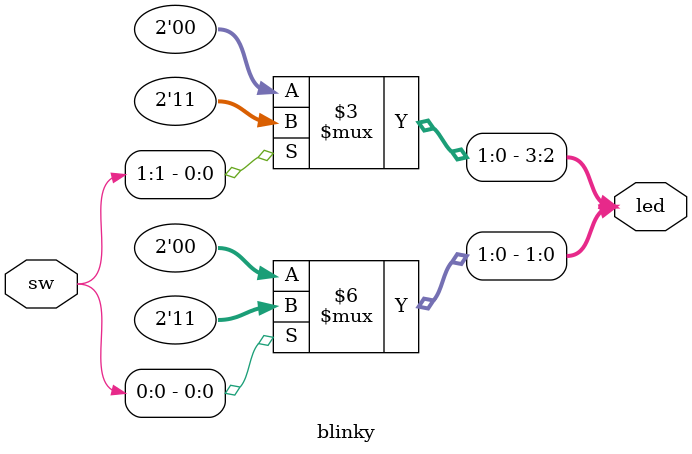
<source format=sv>
module blinky (
    input wire logic [1:0] sw,
    output logic [3:0] led
);

always_comb begin
    if (sw[0]) begin
        led[1:0] = 2'b11;
    end else begin
        led[1:0] = 2'b00;
    end

    if (sw[1]) begin
        led[3:2] = 2'b11;
    end else begin
        led[3:2] = 2'b00;
    end
end

endmodule

</source>
